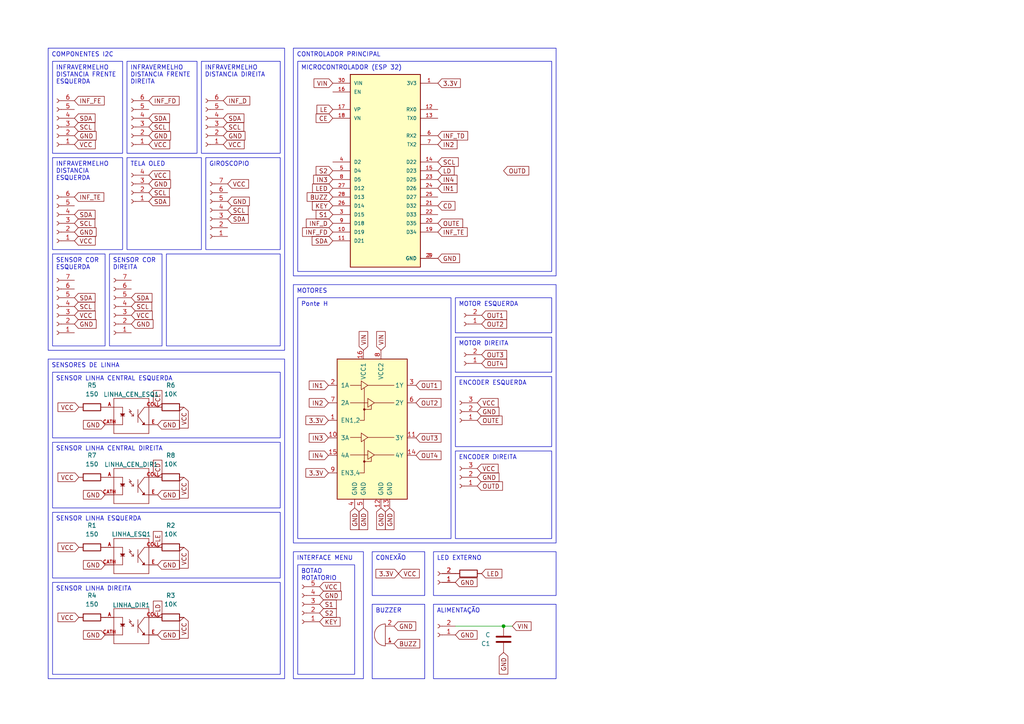
<source format=kicad_sch>
(kicad_sch (version 20250114) (generator "eeschema") (generator_version "9.0")
  (paper "A4")
  (lib_symbols
    (symbol "Connector:Conn_01x02_Socket" (pin_names (offset 1.016) (hide yes))
      (property "Reference" "J" (at 0 2.54 0))
      (property "Value" "Conn_01x02_Socket" (at 0 -5.08 0))
      (symbol "Conn_01x02_Socket_1_1"
        (polyline (pts (xy -1.27 0) (xy -0.508 0)) (stroke (width 0.1524)))
        (polyline (pts (xy -1.27 -2.54) (xy -0.508 -2.54)) (stroke (width 0.1524)))
        (arc (start 0 -0.508) (mid -0.5058 0) (end 0 0.508) (stroke (width 0.1524)))
        (arc (start 0 -3.048) (mid -0.5058 -2.54) (end 0 -2.032) (stroke (width 0.1524)))
        (pin passive line (at -5.08 0 0) (length 3.81) (name "Pin_1") (number "1"))
        (pin passive line (at -5.08 -2.54 0) (length 3.81) (name "Pin_2") (number "2"))
      )
    )
    (symbol "Connector:Conn_01x03_Socket" (pin_names (offset 1.016) (hide yes))
      (property "Reference" "J" (at 0 5.08 0))
      (property "Value" "Conn_01x03_Socket" (at 0 -5.08 0))
      (symbol "Conn_01x03_Socket_1_1"
        (polyline (pts (xy -1.27 2.54) (xy -0.508 2.54)) (stroke (width 0.1524)))
        (polyline (pts (xy -1.27 0) (xy -0.508 0)) (stroke (width 0.1524)))
        (polyline (pts (xy -1.27 -2.54) (xy -0.508 -2.54)) (stroke (width 0.1524)))
        (arc (start 0 2.032) (mid -0.5058 2.54) (end 0 3.048) (stroke (width 0.1524)))
        (arc (start 0 -0.508) (mid -0.5058 0) (end 0 0.508) (stroke (width 0.1524)))
        (arc (start 0 -3.048) (mid -0.5058 -2.54) (end 0 -2.032) (stroke (width 0.1524)))
        (pin passive line (at -5.08 2.54 0) (length 3.81) (name "Pin_1") (number "1"))
        (pin passive line (at -5.08 0 0) (length 3.81) (name "Pin_2") (number "2"))
        (pin passive line (at -5.08 -2.54 0) (length 3.81) (name "Pin_3") (number "3"))
      )
    )
    (symbol "Connector:Conn_01x04_Socket" (pin_names (offset 1.016) (hide yes))
      (property "Reference" "J" (at 0 5.08 0))
      (property "Value" "Conn_01x04_Socket" (at 0 -7.62 0))
      (symbol "Conn_01x04_Socket_1_1"
        (polyline (pts (xy -1.27 2.54) (xy -0.508 2.54)) (stroke (width 0.1524)))
        (polyline (pts (xy -1.27 0) (xy -0.508 0)) (stroke (width 0.1524)))
        (polyline (pts (xy -1.27 -2.54) (xy -0.508 -2.54)) (stroke (width 0.1524)))
        (polyline (pts (xy -1.27 -5.08) (xy -0.508 -5.08)) (stroke (width 0.1524)))
        (arc (start 0 2.032) (mid -0.5058 2.54) (end 0 3.048) (stroke (width 0.1524)))
        (arc (start 0 -0.508) (mid -0.5058 0) (end 0 0.508) (stroke (width 0.1524)))
        (arc (start 0 -3.048) (mid -0.5058 -2.54) (end 0 -2.032) (stroke (width 0.1524)))
        (arc (start 0 -5.588) (mid -0.5058 -5.08) (end 0 -4.572) (stroke (width 0.1524)))
        (pin passive line (at -5.08 2.54 0) (length 3.81) (name "Pin_1") (number "1"))
        (pin passive line (at -5.08 0 0) (length 3.81) (name "Pin_2") (number "2"))
        (pin passive line (at -5.08 -2.54 0) (length 3.81) (name "Pin_3") (number "3"))
        (pin passive line (at -5.08 -5.08 0) (length 3.81) (name "Pin_4") (number "4"))
      )
    )
    (symbol "Connector:Conn_01x05_Socket" (pin_names (offset 1.016) (hide yes))
      (property "Reference" "J" (at 0 7.62 0))
      (property "Value" "Conn_01x05_Socket" (at 0 -7.62 0))
      (symbol "Conn_01x05_Socket_1_1"
        (polyline (pts (xy -1.27 5.08) (xy -0.508 5.08)) (stroke (width 0.1524)))
        (polyline (pts (xy -1.27 2.54) (xy -0.508 2.54)) (stroke (width 0.1524)))
        (polyline (pts (xy -1.27 0) (xy -0.508 0)) (stroke (width 0.1524)))
        (polyline (pts (xy -1.27 -2.54) (xy -0.508 -2.54)) (stroke (width 0.1524)))
        (polyline (pts (xy -1.27 -5.08) (xy -0.508 -5.08)) (stroke (width 0.1524)))
        (arc (start 0 4.572) (mid -0.5058 5.08) (end 0 5.588) (stroke (width 0.1524)))
        (arc (start 0 2.032) (mid -0.5058 2.54) (end 0 3.048) (stroke (width 0.1524)))
        (arc (start 0 -0.508) (mid -0.5058 0) (end 0 0.508) (stroke (width 0.1524)))
        (arc (start 0 -3.048) (mid -0.5058 -2.54) (end 0 -2.032) (stroke (width 0.1524)))
        (arc (start 0 -5.588) (mid -0.5058 -5.08) (end 0 -4.572) (stroke (width 0.1524)))
        (pin passive line (at -5.08 5.08 0) (length 3.81) (name "Pin_1") (number "1"))
        (pin passive line (at -5.08 2.54 0) (length 3.81) (name "Pin_2") (number "2"))
        (pin passive line (at -5.08 0 0) (length 3.81) (name "Pin_3") (number "3"))
        (pin passive line (at -5.08 -2.54 0) (length 3.81) (name "Pin_4") (number "4"))
        (pin passive line (at -5.08 -5.08 0) (length 3.81) (name "Pin_5") (number "5"))
      )
    )
    (symbol "Connector:Conn_01x06_Socket" (pin_names (offset 1.016) (hide yes))
      (property "Reference" "J" (at 0 7.62 0))
      (property "Value" "Conn_01x06_Socket" (at 0 -10.16 0))
      (symbol "Conn_01x06_Socket_1_1"
        (polyline (pts (xy -1.27 5.08) (xy -0.508 5.08)) (stroke (width 0.1524)))
        (polyline (pts (xy -1.27 2.54) (xy -0.508 2.54)) (stroke (width 0.1524)))
        (polyline (pts (xy -1.27 0) (xy -0.508 0)) (stroke (width 0.1524)))
        (polyline (pts (xy -1.27 -2.54) (xy -0.508 -2.54)) (stroke (width 0.1524)))
        (polyline (pts (xy -1.27 -5.08) (xy -0.508 -5.08)) (stroke (width 0.1524)))
        (polyline (pts (xy -1.27 -7.62) (xy -0.508 -7.62)) (stroke (width 0.1524)))
        (arc (start 0 4.572) (mid -0.5058 5.08) (end 0 5.588) (stroke (width 0.1524)))
        (arc (start 0 2.032) (mid -0.5058 2.54) (end 0 3.048) (stroke (width 0.1524)))
        (arc (start 0 -0.508) (mid -0.5058 0) (end 0 0.508) (stroke (width 0.1524)))
        (arc (start 0 -3.048) (mid -0.5058 -2.54) (end 0 -2.032) (stroke (width 0.1524)))
        (arc (start 0 -5.588) (mid -0.5058 -5.08) (end 0 -4.572) (stroke (width 0.1524)))
        (arc (start 0 -8.128) (mid -0.5058 -7.62) (end 0 -7.112) (stroke (width 0.1524)))
        (pin passive line (at -5.08 5.08 0) (length 3.81) (name "Pin_1") (number "1"))
        (pin passive line (at -5.08 2.54 0) (length 3.81) (name "Pin_2") (number "2"))
        (pin passive line (at -5.08 0 0) (length 3.81) (name "Pin_3") (number "3"))
        (pin passive line (at -5.08 -2.54 0) (length 3.81) (name "Pin_4") (number "4"))
        (pin passive line (at -5.08 -5.08 0) (length 3.81) (name "Pin_5") (number "5"))
        (pin passive line (at -5.08 -7.62 0) (length 3.81) (name "Pin_6") (number "6"))
      )
    )
    (symbol "Connector:Conn_01x07_Socket" (pin_names (offset 1.016) (hide yes))
      (property "Reference" "J" (at 0 10.16 0))
      (property "Value" "Conn_01x07_Socket" (at 0 -10.16 0))
      (symbol "Conn_01x07_Socket_1_1"
        (polyline (pts (xy -1.27 7.62) (xy -0.508 7.62)) (stroke (width 0.1524)))
        (polyline (pts (xy -1.27 5.08) (xy -0.508 5.08)) (stroke (width 0.1524)))
        (polyline (pts (xy -1.27 2.54) (xy -0.508 2.54)) (stroke (width 0.1524)))
        (polyline (pts (xy -1.27 0) (xy -0.508 0)) (stroke (width 0.1524)))
        (polyline (pts (xy -1.27 -2.54) (xy -0.508 -2.54)) (stroke (width 0.1524)))
        (polyline (pts (xy -1.27 -5.08) (xy -0.508 -5.08)) (stroke (width 0.1524)))
        (polyline (pts (xy -1.27 -7.62) (xy -0.508 -7.62)) (stroke (width 0.1524)))
        (arc (start 0 7.112) (mid -0.5058 7.62) (end 0 8.128) (stroke (width 0.1524)))
        (arc (start 0 4.572) (mid -0.5058 5.08) (end 0 5.588) (stroke (width 0.1524)))
        (arc (start 0 2.032) (mid -0.5058 2.54) (end 0 3.048) (stroke (width 0.1524)))
        (arc (start 0 -0.508) (mid -0.5058 0) (end 0 0.508) (stroke (width 0.1524)))
        (arc (start 0 -3.048) (mid -0.5058 -2.54) (end 0 -2.032) (stroke (width 0.1524)))
        (arc (start 0 -5.588) (mid -0.5058 -5.08) (end 0 -4.572) (stroke (width 0.1524)))
        (arc (start 0 -8.128) (mid -0.5058 -7.62) (end 0 -7.112) (stroke (width 0.1524)))
        (pin passive line (at -5.08 7.62 0) (length 3.81) (name "Pin_1") (number "1"))
        (pin passive line (at -5.08 5.08 0) (length 3.81) (name "Pin_2") (number "2"))
        (pin passive line (at -5.08 2.54 0) (length 3.81) (name "Pin_3") (number "3"))
        (pin passive line (at -5.08 0 0) (length 3.81) (name "Pin_4") (number "4"))
        (pin passive line (at -5.08 -2.54 0) (length 3.81) (name "Pin_5") (number "5"))
        (pin passive line (at -5.08 -5.08 0) (length 3.81) (name "Pin_6") (number "6"))
        (pin passive line (at -5.08 -7.62 0) (length 3.81) (name "Pin_7") (number "7"))
      )
    )
    (symbol "Device:Buzzer" (pin_names (offset 0.0254) (hide yes))
      (property "Reference" "BZ" (at 3.81 1.27 0))
      (property "Value" "Buzzer" (at 3.81 -1.27 0))
      (symbol "Buzzer_0_1"
        (polyline (pts (xy -1.651 1.905) (xy -1.143 1.905)))
        (polyline (pts (xy -1.397 2.159) (xy -1.397 1.651)))
        (arc (start 0 3.175) (mid 3.1612 0) (end 0 -3.175))
        (polyline (pts (xy 0 3.175) (xy 0 -3.175)))
      )
      (symbol "Buzzer_1_1"
        (pin passive line (at -2.54 2.54 0) (length 2.54) (name "+") (number "1"))
        (pin passive line (at -2.54 -2.54 0) (length 2.54) (name "-") (number "2"))
      )
    )
    (symbol "Device:C" (pin_numbers (hide yes)) (pin_names (offset 0.254))
      (property "Reference" "C" (at 0.635 2.54 0))
      (property "Value" "C" (at 0.635 -2.54 0))
      (symbol "C_0_1"
        (polyline (pts (xy -2.032 0.762) (xy 2.032 0.762)) (stroke (width 0.508)))
        (polyline (pts (xy -2.032 -0.762) (xy 2.032 -0.762)) (stroke (width 0.508)))
      )
      (symbol "C_1_1"
        (pin passive line (at 0 3.81 270) (length 2.794) (name "~") (number "1"))
        (pin passive line (at 0 -3.81 90) (length 2.794) (name "~") (number "2"))
      )
    )
    (symbol "Device:R" (pin_numbers (hide yes)) (pin_names (offset 0))
      (property "Reference" "R" (at 2.032 0 90))
      (property "Value" "R" (at 0 0 90))
      (symbol "R_0_1"
        (rectangle (start -1.016 -2.54) (end 1.016 2.54) (stroke (width 0.254)))
      )
      (symbol "R_1_1"
        (pin passive line (at 0 3.81 270) (length 1.27) (name "~") (number "1"))
        (pin passive line (at 0 -3.81 90) (length 1.27) (name "~") (number "2"))
      )
    )
    (symbol "Driver_Motor:L293D" (pin_names (offset 1.016))
      (property "Reference" "U" (at -5.08 26.035 0))
      (property "Value" "L293D" (at -5.08 24.13 0))
      (symbol "L293D_0_1"
        (rectangle (start -10.16 22.86) (end 10.16 -17.78) (stroke (width 0.254)) (fill (type background)))
        (polyline (pts (xy -6.35 15.24) (xy -3.175 15.24)))
        (polyline (pts (xy -6.35 10.16) (xy -1.27 10.16)))
        (polyline (pts (xy -6.35 0.127) (xy -3.175 0.127)))
        (polyline (pts (xy -6.35 -4.953) (xy -1.27 -4.953)))
        (polyline (pts (xy -3.175 16.51) (xy -3.175 13.97) (xy -1.27 15.24) (xy -3.175 16.51)))
        (polyline (pts (xy -3.175 1.397) (xy -3.175 -1.143) (xy -1.27 0.127) (xy -3.175 1.397)))
        (polyline (pts (xy -2.286 14.478) (xy -2.286 5.08) (xy -3.556 5.08)))
        (circle (center -2.286 8.255) (radius 0.254) (fill (type outline)))
        (polyline (pts (xy -2.286 8.255) (xy -0.254 8.255) (xy -0.254 9.525)))
        (polyline (pts (xy -2.286 -0.635) (xy -2.286 -10.16) (xy -3.556 -10.16)))
        (circle (center -2.286 -6.858) (radius 0.254) (fill (type outline)))
        (polyline (pts (xy -2.286 -6.858) (xy -0.254 -6.858) (xy -0.254 -5.588)))
        (polyline (pts (xy -1.27 15.24) (xy 6.35 15.24)))
        (polyline (pts (xy -1.27 11.43) (xy -1.27 8.89) (xy 0.635 10.16) (xy -1.27 11.43)))
        (polyline (pts (xy -1.27 0.127) (xy 6.35 0.127)))
        (polyline (pts (xy -1.27 -3.683) (xy -1.27 -6.223) (xy 0.635 -4.953) (xy -1.27 -3.683)))
        (polyline (pts (xy 0.635 10.16) (xy 6.35 10.16)))
        (polyline (pts (xy 0.635 -4.953) (xy 6.35 -4.953)))
      )
      (symbol "L293D_1_1"
        (pin input line (at -12.7 15.24 0) (length 2.54) (name "1A") (number "2"))
        (pin input line (at -12.7 10.16 0) (length 2.54) (name "2A") (number "7"))
        (pin input line (at -12.7 5.08 0) (length 2.54) (name "EN1,2") (number "1"))
        (pin input line (at -12.7 0 0) (length 2.54) (name "3A") (number "10"))
        (pin input line (at -12.7 -5.08 0) (length 2.54) (name "4A") (number "15"))
        (pin input line (at -12.7 -10.16 0) (length 2.54) (name "EN3,4") (number "9"))
        (pin power_in line (at -5.08 -20.32 90) (length 2.54) (name "GND") (number "4"))
        (pin power_in line (at -2.54 25.4 270) (length 2.54) (name "VCC1") (number "16"))
        (pin power_in line (at -2.54 -20.32 90) (length 2.54) (name "GND") (number "5"))
        (pin power_in line (at 2.54 25.4 270) (length 2.54) (name "VCC2") (number "8"))
        (pin power_in line (at 2.54 -20.32 90) (length 2.54) (name "GND") (number "12"))
        (pin power_in line (at 5.08 -20.32 90) (length 2.54) (name "GND") (number "13"))
        (pin output line (at 12.7 15.24 180) (length 2.54) (name "1Y") (number "3"))
        (pin output line (at 12.7 10.16 180) (length 2.54) (name "2Y") (number "6"))
        (pin output line (at 12.7 0 180) (length 2.54) (name "3Y") (number "11"))
        (pin output line (at 12.7 -5.08 180) (length 2.54) (name "4Y") (number "14"))
      )
    )
    (symbol "ESP32-DEVKIT-V1:ESP32-DEVKIT-V1" (pin_names (offset 1.016))
      (property "Reference" "U" (at -10.16 30.48 0))
      (property "Value" "ESP32-DEVKIT-V1" (at -10.16 -30.48 0))
      (symbol "ESP32-DEVKIT-V1_0_0"
        (rectangle (start -10.16 -27.94) (end 10.16 27.94) (stroke (width 0.254)) (fill (type background)))
        (pin input line (at -15.24 25.4 0) (length 5.08) (name "VIN") (number "30"))
        (pin input line (at -15.24 22.86 0) (length 5.08) (name "EN") (number "16"))
        (pin bidirectional line (at -15.24 17.78 0) (length 5.08) (name "VP") (number "17"))
        (pin bidirectional line (at -15.24 15.24 0) (length 5.08) (name "VN") (number "18"))
        (pin bidirectional line (at -15.24 2.54 0) (length 5.08) (name "D2") (number "4"))
        (pin bidirectional line (at -15.24 0 0) (length 5.08) (name "D4") (number "5"))
        (pin bidirectional line (at -15.24 -2.54 0) (length 5.08) (name "D5") (number "8"))
        (pin bidirectional line (at -15.24 -5.08 0) (length 5.08) (name "D12") (number "27"))
        (pin bidirectional line (at -15.24 -7.62 0) (length 5.08) (name "D13") (number "28"))
        (pin bidirectional line (at -15.24 -10.16 0) (length 5.08) (name "D14") (number "26"))
        (pin bidirectional line (at -15.24 -12.7 0) (length 5.08) (name "D15") (number "3"))
        (pin bidirectional line (at -15.24 -15.24 0) (length 5.08) (name "D18") (number "9"))
        (pin bidirectional line (at -15.24 -17.78 0) (length 5.08) (name "D19") (number "10"))
        (pin bidirectional line (at -15.24 -20.32 0) (length 5.08) (name "D21") (number "11"))
        (pin output line (at 15.24 25.4 180) (length 5.08) (name "3V3") (number "1"))
        (pin input line (at 15.24 17.78 180) (length 5.08) (name "RX0") (number "12"))
        (pin output line (at 15.24 15.24 180) (length 5.08) (name "TX0") (number "13"))
        (pin input line (at 15.24 10.16 180) (length 5.08) (name "RX2") (number "6"))
        (pin output line (at 15.24 7.62 180) (length 5.08) (name "TX2") (number "7"))
        (pin bidirectional line (at 15.24 2.54 180) (length 5.08) (name "D22") (number "14"))
        (pin bidirectional line (at 15.24 0 180) (length 5.08) (name "D23") (number "15"))
        (pin bidirectional line (at 15.24 -2.54 180) (length 5.08) (name "D25") (number "23"))
        (pin bidirectional line (at 15.24 -5.08 180) (length 5.08) (name "D26") (number "24"))
        (pin bidirectional line (at 15.24 -7.62 180) (length 5.08) (name "D27") (number "25"))
        (pin bidirectional line (at 15.24 -10.16 180) (length 5.08) (name "D32") (number "21"))
        (pin bidirectional line (at 15.24 -12.7 180) (length 5.08) (name "D33") (number "22"))
        (pin bidirectional line (at 15.24 -15.24 180) (length 5.08) (name "D35") (number "20"))
        (pin bidirectional line (at 15.24 -17.78 180) (length 5.08) (name "D34") (number "19"))
        (pin power_in line (at 15.24 -25.4 180) (length 5.08) (name "GND") (number "2"))
        (pin power_in line (at 15.24 -25.4 180) (length 5.08) (name "GND") (number "29"))
      )
    )
    (symbol "TCRT5000:TCRT5000" (pin_names (offset 1.016))
      (property "Reference" "U" (at -5.0887 5.7248 0))
      (property "Value" "TCRT5000" (at -5.0838 -5.7193 0))
      (symbol "TCRT5000_0_0"
        (polyline (pts (xy -5.08 5.08) (xy -5.08 2.54)) (stroke (width 0.1524)))
        (polyline (pts (xy -5.08 2.54) (xy -5.08 -2.54)) (stroke (width 0.1524)))
        (polyline (pts (xy -5.08 2.54) (xy -2.54 2.54)) (stroke (width 0.1524)))
        (polyline (pts (xy -5.08 -2.54) (xy -5.08 -5.08)) (stroke (width 0.1524)))
        (polyline (pts (xy -5.08 -5.08) (xy 5.08 -5.08)) (stroke (width 0.1524)))
        (polyline (pts (xy -3.175 0.635) (xy -1.905 0.635) (xy -2.54 0) (xy -3.175 0.635)) (stroke (width 0.1524)) (fill (type outline)))
        (polyline (pts (xy -3.175 0) (xy -1.905 0)) (stroke (width 0.1524)))
        (polyline (pts (xy -2.54 2.54) (xy -2.54 -2.54)) (stroke (width 0.1524)))
        (polyline (pts (xy -2.54 -2.54) (xy -5.08 -2.54)) (stroke (width 0.1524)))
        (polyline (pts (xy -0.635 1.905) (xy 0 1.27)) (stroke (width 0.1524)))
        (polyline (pts (xy -0.635 1.27) (xy 0.635 0)) (stroke (width 0.1524)))
        (polyline (pts (xy 0 1.27) (xy -0.635 1.27)) (stroke (width 0.1524)))
        (polyline (pts (xy 0.635 0.635) (xy 0.635 0)) (stroke (width 0.1524)))
        (polyline (pts (xy 0.635 0) (xy 0 0)) (stroke (width 0.1524)))
        (polyline (pts (xy 1.905 1.905) (xy 1.905 0)) (stroke (width 0.1524)))
        (polyline (pts (xy 1.905 0) (xy 1.905 -1.905)) (stroke (width 0.1524)))
        (polyline (pts (xy 1.905 0) (xy 3.81 2.54)) (stroke (width 0.1524)))
        (polyline (pts (xy 1.905 0) (xy 3.81 -2.54)) (stroke (width 0.1524)))
        (polyline (pts (xy 3.175 -2.54) (xy 3.81 -2.54) (xy 3.81 -1.905) (xy 3.175 -2.54)) (stroke (width 0.1524)) (fill (type outline)))
        (polyline (pts (xy 3.81 2.54) (xy 5.08 2.54)) (stroke (width 0.1524)))
        (polyline (pts (xy 3.81 -2.54) (xy 5.08 -2.54)) (stroke (width 0.1524)))
        (polyline (pts (xy 5.08 5.08) (xy -5.08 5.08)) (stroke (width 0.1524)))
        (polyline (pts (xy 5.08 2.54) (xy 5.08 5.08)) (stroke (width 0.1524)))
        (polyline (pts (xy 5.08 -2.54) (xy 5.08 2.54)) (stroke (width 0.1524)))
        (polyline (pts (xy 5.08 -5.08) (xy 5.08 -2.54)) (stroke (width 0.1524)))
        (pin passive line (at -7.62 2.54 0) (length 2.54) (name "~") (number "A"))
        (pin passive line (at -7.62 -2.54 0) (length 2.54) (name "~") (number "CATH"))
        (pin passive line (at 7.62 2.54 180) (length 2.54) (name "~") (number "COLL"))
        (pin passive line (at 7.62 -2.54 180) (length 2.54) (name "~") (number "E"))
      )
    )
  )
  (text_box "BUZZER" (at 107.95 175.26 0) (size 15.24 21.59) (margins 0.9525 0.9525 0.9525 0.9525) (effects (font (size 1.27 1.27)) (justify left top)))
  (text_box "INFRAVERMELHO DISTANCIA FRENTE ESQUERDA\n" (at 15.24 17.78 0) (size 20.32 26.67) (margins 0.9525 0.9525 0.9525 0.9525) (effects (font (size 1.27 1.27)) (justify left top)))
  (text_box "ALIMENTAÇÃO" (at 125.73 175.26 0) (size 35.56 21.59) (margins 0.9525 0.9525 0.9525 0.9525) (effects (font (size 1.27 1.27)) (justify left top)))
  (text_box "MOTOR ESQUERDA" (at 132.08 86.36 0) (size 27.94 10.16) (margins 0.9525 0.9525 0.9525 0.9525) (effects (font (size 1.27 1.27)) (justify left top)))
  (text_box "SENSOR LINHA CENTRAL ESQUERDA\n" (at 15.24 107.95 0) (size 66.04 19.05) (margins 0.9525 0.9525 0.9525 0.9525) (effects (font (size 1.27 1.27)) (justify left top)))
  (text_box "GIROSCOPIO" (at 59.69 45.72 0) (size 21.59 26.67) (margins 0.9525 0.9525 0.9525 0.9525) (effects (font (size 1.27 1.27)) (justify left top)))
  (text_box "SENSORES DE LINHA" (at 13.97 104.14 0) (size 68.58 92.71) (margins 0.9525 0.9525 0.9525 0.9525) (effects (font (size 1.27 1.27)) (justify left top)))
  (text_box "SENSOR LINHA ESQUERDA\n\n" (at 15.24 148.59 0) (size 66.04 19.05) (margins 0.9525 0.9525 0.9525 0.9525) (effects (font (size 1.27 1.27)) (justify left top)))
  (text_box "TELA OLED\n" (at 36.83 45.72 0) (size 21.59 26.67) (margins 0.9525 0.9525 0.9525 0.9525) (effects (font (size 1.27 1.27)) (justify left top)))
  (text_box "CONTROLADOR PRINCIPAL" (at 85.09 13.97 0) (size 76.2 66.04) (margins 0.9525 0.9525 0.9525 0.9525) (effects (font (size 1.27 1.27)) (justify left top)))
  (text_box "BOTAO ROTATORIO" (at 86.36 163.83 0) (size 16.51 31.75) (margins 0.9525 0.9525 0.9525 0.9525) (effects (font (size 1.27 1.27)) (justify left top)))
  (text_box "Ponte H" (at 86.36 86.36 0) (size 44.45 69.85) (margins 0.9525 0.9525 0.9525 0.9525) (effects (font (size 1.27 1.27)) (justify left top)))
  (text_box "MICROCONTROLADOR (ESP 32)\n" (at 86.36 17.78 0) (size 73.66 60.96) (margins 0.9525 0.9525 0.9525 0.9525) (effects (font (size 1.27 1.27)) (justify left top)))
  (text_box "INFRAVERMELHO DISTANCIA FRENTE DIREITA" (at 36.83 17.78 0) (size 20.32 26.67) (margins 0.9525 0.9525 0.9525 0.9525) (effects (font (size 1.27 1.27)) (justify left top)))
  (text_box "COMPONENTES I2C\n" (at 13.97 13.97 0) (size 68.58 87.63) (margins 0.9525 0.9525 0.9525 0.9525) (effects (font (size 1.27 1.27)) (justify left top)))
  (text_box "SENSOR LINHA CENTRAL DIREITA\n" (at 15.24 128.27 0) (size 66.04 19.05) (margins 0.9525 0.9525 0.9525 0.9525) (effects (font (size 1.27 1.27)) (justify left top)))
  (text_box "CONEXÃO" (at 107.95 160.02 0) (size 15.24 12.7) (margins 0.9525 0.9525 0.9525 0.9525) (effects (font (size 1.27 1.27)) (justify left top)))
  (text_box "INFRAVERMELHO DISTANCIA DIREITA \n" (at 58.42 17.78 0) (size 22.86 26.67) (margins 0.9525 0.9525 0.9525 0.9525) (effects (font (size 1.27 1.27)) (justify left top)))
  (text_box "SENSOR COR DIREITA" (at 31.75 73.66 0) (size 15.24 26.67) (margins 0.9525 0.9525 0.9525 0.9525) (effects (font (size 1.27 1.27)) (justify left top)))
  (text_box "LED EXTERNO" (at 125.73 160.02 0) (size 35.56 12.7) (margins 0.9525 0.9525 0.9525 0.9525) (effects (font (size 1.27 1.27)) (justify left top)))
  (text_box "" (at 48.26 73.66 0) (size 33.02 26.67) (margins 0.9525 0.9525 0.9525 0.9525) (effects (font (size 1.27 1.27)) (justify left top)))
  (text_box "MOTOR DIREITA" (at 132.08 97.79 0) (size 27.94 10.16) (margins 0.9525 0.9525 0.9525 0.9525) (effects (font (size 1.27 1.27)) (justify left top)))
  (text_box "SENSOR COR ESQUERDA" (at 15.24 73.66 0) (size 15.24 26.67) (margins 0.9525 0.9525 0.9525 0.9525) (effects (font (size 1.27 1.27)) (justify left top)))
  (text_box "SENSOR LINHA DIREITA\n" (at 15.24 168.91 0) (size 66.04 26.67) (margins 0.9525 0.9525 0.9525 0.9525) (effects (font (size 1.27 1.27)) (justify left top)))
  (text_box "ENCODER DIREITA\n\n" (at 132.08 130.81 0) (size 27.94 25.4) (margins 0.9525 0.9525 0.9525 0.9525) (effects (font (size 1.27 1.27)) (justify left top)))
  (text_box "ENCODER ESQUERDA\n" (at 132.08 109.22 0) (size 27.94 20.32) (margins 0.9525 0.9525 0.9525 0.9525) (effects (font (size 1.27 1.27)) (justify left top)))
  (text_box "INFRAVERMELHO DISTANCIA ESQUERDA\n" (at 15.24 45.72 0) (size 20.32 26.67) (margins 0.9525 0.9525 0.9525 0.9525) (effects (font (size 1.27 1.27)) (justify left top)))
  (text_box "INTERFACE MENU" (at 85.09 160.02 0) (size 20.32 36.83) (margins 0.9525 0.9525 0.9525 0.9525) (effects (font (size 1.27 1.27)) (justify left top)))
  (text_box "MOTORES" (at 85.09 82.55 0) (size 76.2 74.93) (margins 0.9525 0.9525 0.9525 0.9525) (effects (font (size 1.27 1.27)) (justify left top)))
  (junction (at 146.05 181.61))
  (wire (pts (xy 146.05 181.61) (xy 132.08 181.61)))
  (wire (pts (xy 148.59 181.61) (xy 146.05 181.61)))
  (global_label "INF_FE" (shape input) (at 21.59 29.21 0) (property "Intersheetrefs" "${INTERSHEET_REFS}" (effects (hide yes))))
  (global_label "IN3" (shape input) (at 96.52 52.07 180) (property "Intersheetrefs" "${INTERSHEET_REFS}" (effects (hide yes))))
  (global_label "GND" (shape input) (at 21.59 39.37 0) (property "Intersheetrefs" "${INTERSHEET_REFS}" (effects (hide yes))))
  (global_label "VCC" (shape input) (at 22.86 138.43 180) (property "Intersheetrefs" "${INTERSHEET_REFS}" (effects (hide yes))))
  (global_label "VCC" (shape input) (at 66.04 53.34 0) (property "Intersheetrefs" "${INTERSHEET_REFS}" (effects (hide yes))))
  (global_label "CD" (shape input) (at 127 59.69 0) (property "Intersheetrefs" "${INTERSHEET_REFS}" (effects (hide yes))))
  (global_label "VIN" (shape input) (at 110.49 101.6 90) (property "Intersheetrefs" "${INTERSHEET_REFS}" (effects (hide yes))))
  (global_label "INF_D" (shape input) (at 64.77 29.21 0) (property "Intersheetrefs" "${INTERSHEET_REFS}" (effects (hide yes))))
  (global_label "GND" (shape input) (at 21.59 93.98 0) (property "Intersheetrefs" "${INTERSHEET_REFS}" (effects (hide yes))))
  (global_label "GND" (shape input) (at 30.48 184.15 180) (property "Intersheetrefs" "${INTERSHEET_REFS}" (effects (hide yes))))
  (global_label "GND" (shape input) (at 92.71 172.72 0) (property "Intersheetrefs" "${INTERSHEET_REFS}" (effects (hide yes))))
  (global_label "SDA" (shape input) (at 96.52 69.85 180) (property "Intersheetrefs" "${INTERSHEET_REFS}" (effects (hide yes))))
  (global_label "SDA" (shape input) (at 43.18 58.42 0) (property "Intersheetrefs" "${INTERSHEET_REFS}" (effects (hide yes))))
  (global_label "VCC" (shape input) (at 38.1 91.44 0) (property "Intersheetrefs" "${INTERSHEET_REFS}" (effects (hide yes))))
  (global_label "GND" (shape input) (at 114.3 181.61 0) (property "Intersheetrefs" "${INTERSHEET_REFS}" (effects (hide yes))))
  (global_label "VCC" (shape input) (at 43.18 50.8 0) (property "Intersheetrefs" "${INTERSHEET_REFS}" (effects (hide yes))))
  (global_label "VCC" (shape input) (at 53.34 118.11 270) (property "Intersheetrefs" "${INTERSHEET_REFS}" (effects (hide yes))))
  (global_label "GND" (shape input) (at 38.1 93.98 0) (property "Intersheetrefs" "${INTERSHEET_REFS}" (effects (hide yes))))
  (global_label "CE" (shape input) (at 45.72 118.11 90) (property "Intersheetrefs" "${INTERSHEET_REFS}" (effects (hide yes))))
  (global_label "LD" (shape input) (at 127 49.53 0) (property "Intersheetrefs" "${INTERSHEET_REFS}" (effects (hide yes))))
  (global_label "VCC" (shape input) (at 92.71 170.18 0) (property "Intersheetrefs" "${INTERSHEET_REFS}" (effects (hide yes))))
  (global_label "OUTE" (shape input) (at 138.43 121.92 0) (property "Intersheetrefs" "${INTERSHEET_REFS}" (effects (hide yes))))
  (global_label "OUT3" (shape input) (at 120.65 127 0) (property "Intersheetrefs" "${INTERSHEET_REFS}" (effects (hide yes))))
  (global_label "VCC" (shape input) (at 21.59 41.91 0) (property "Intersheetrefs" "${INTERSHEET_REFS}" (effects (hide yes))))
  (global_label "3.3V" (shape input) (at 95.25 137.16 180) (property "Intersheetrefs" "${INTERSHEET_REFS}" (effects (hide yes))))
  (global_label "GND" (shape input) (at 127 74.93 0) (property "Intersheetrefs" "${INTERSHEET_REFS}" (effects (hide yes))))
  (global_label "3.3V" (shape input) (at 95.25 121.92 180) (property "Intersheetrefs" "${INTERSHEET_REFS}" (effects (hide yes))))
  (global_label "VCC" (shape input) (at 22.86 118.11 180) (property "Intersheetrefs" "${INTERSHEET_REFS}" (effects (hide yes))))
  (global_label "VIN" (shape input) (at 148.59 181.61 0) (property "Intersheetrefs" "${INTERSHEET_REFS}" (effects (hide yes))))
  (global_label "LE" (shape input) (at 96.52 31.75 180) (property "Intersheetrefs" "${INTERSHEET_REFS}" (effects (hide yes))))
  (global_label "VCC" (shape input) (at 22.86 158.75 180) (property "Intersheetrefs" "${INTERSHEET_REFS}" (effects (hide yes))))
  (global_label "GND" (shape input) (at 138.43 119.38 0) (property "Intersheetrefs" "${INTERSHEET_REFS}" (effects (hide yes))))
  (global_label "GND" (shape input) (at 43.18 53.34 0) (property "Intersheetrefs" "${INTERSHEET_REFS}" (effects (hide yes))))
  (global_label "SCL" (shape input) (at 43.18 55.88 0) (property "Intersheetrefs" "${INTERSHEET_REFS}" (effects (hide yes))))
  (global_label "VIN" (shape input) (at 105.41 101.6 90) (property "Intersheetrefs" "${INTERSHEET_REFS}" (effects (hide yes))))
  (global_label "VCC" (shape input) (at 22.86 179.07 180) (property "Intersheetrefs" "${INTERSHEET_REFS}" (effects (hide yes))))
  (global_label "IN2" (shape input) (at 95.25 116.84 180) (property "Intersheetrefs" "${INTERSHEET_REFS}" (effects (hide yes))))
  (global_label "INF_D" (shape input) (at 96.52 64.77 180) (property "Intersheetrefs" "${INTERSHEET_REFS}" (effects (hide yes))))
  (global_label "INF_FD" (shape input) (at 43.18 29.21 0) (property "Intersheetrefs" "${INTERSHEET_REFS}" (effects (hide yes))))
  (global_label "GND" (shape input) (at 66.04 58.42 0) (property "Intersheetrefs" "${INTERSHEET_REFS}" (effects (hide yes))))
  (global_label "KEY" (shape input) (at 96.52 59.69 180) (property "Intersheetrefs" "${INTERSHEET_REFS}" (effects (hide yes))))
  (global_label "IN3" (shape input) (at 95.25 127 180) (property "Intersheetrefs" "${INTERSHEET_REFS}" (effects (hide yes))))
  (global_label "S1" (shape input) (at 96.52 62.23 180) (property "Intersheetrefs" "${INTERSHEET_REFS}" (effects (hide yes))))
  (global_label "GND" (shape input) (at 146.05 189.23 270) (property "Intersheetrefs" "${INTERSHEET_REFS}" (effects (hide yes))))
  (global_label "SDA" (shape input) (at 66.04 63.5 0) (property "Intersheetrefs" "${INTERSHEET_REFS}" (effects (hide yes))))
  (global_label "LD" (shape input) (at 45.72 179.07 90) (property "Intersheetrefs" "${INTERSHEET_REFS}" (effects (hide yes))))
  (global_label "IN1" (shape input) (at 127 54.61 0) (property "Intersheetrefs" "${INTERSHEET_REFS}" (effects (hide yes))))
  (global_label "VCC" (shape input) (at 64.77 41.91 0) (property "Intersheetrefs" "${INTERSHEET_REFS}" (effects (hide yes))))
  (global_label "IN4" (shape input) (at 95.25 132.08 180) (property "Intersheetrefs" "${INTERSHEET_REFS}" (effects (hide yes))))
  (global_label "SCL" (shape input) (at 66.04 60.96 0) (property "Intersheetrefs" "${INTERSHEET_REFS}" (effects (hide yes))))
  (global_label "CE" (shape input) (at 96.52 34.29 180) (property "Intersheetrefs" "${INTERSHEET_REFS}" (effects (hide yes))))
  (global_label "OUT2" (shape input) (at 139.7 93.98 0) (property "Intersheetrefs" "${INTERSHEET_REFS}" (effects (hide yes))))
  (global_label "SDA" (shape input) (at 21.59 62.23 0) (property "Intersheetrefs" "${INTERSHEET_REFS}" (effects (hide yes))))
  (global_label "GND" (shape input) (at 30.48 143.51 180) (property "Intersheetrefs" "${INTERSHEET_REFS}" (effects (hide yes))))
  (global_label "3.3V" (shape input) (at 127 24.13 0) (property "Intersheetrefs" "${INTERSHEET_REFS}" (effects (hide yes))))
  (global_label "GND" (shape input) (at 21.59 67.31 0) (property "Intersheetrefs" "${INTERSHEET_REFS}" (effects (hide yes))))
  (global_label "SDA" (shape input) (at 21.59 86.36 0) (property "Intersheetrefs" "${INTERSHEET_REFS}" (effects (hide yes))))
  (global_label "GND" (shape input) (at 30.48 123.19 180) (property "Intersheetrefs" "${INTERSHEET_REFS}" (effects (hide yes))))
  (global_label "OUTD" (shape input) (at 138.43 140.97 0) (property "Intersheetrefs" "${INTERSHEET_REFS}" (effects (hide yes))))
  (global_label "VCC" (shape input) (at 21.59 69.85 0) (property "Intersheetrefs" "${INTERSHEET_REFS}" (effects (hide yes))))
  (global_label "GND" (shape input) (at 132.08 184.15 0) (property "Intersheetrefs" "${INTERSHEET_REFS}" (effects (hide yes))))
  (global_label "LED" (shape input) (at 139.7 166.37 0) (property "Intersheetrefs" "${INTERSHEET_REFS}" (effects (hide yes))))
  (global_label "SDA" (shape input) (at 64.77 34.29 0) (property "Intersheetrefs" "${INTERSHEET_REFS}" (effects (hide yes))))
  (global_label "VCC" (shape input) (at 53.34 158.75 270) (property "Intersheetrefs" "${INTERSHEET_REFS}" (effects (hide yes))))
  (global_label "SDA" (shape input) (at 21.59 34.29 0) (property "Intersheetrefs" "${INTERSHEET_REFS}" (effects (hide yes))))
  (global_label "SCL" (shape input) (at 38.1 88.9 0) (property "Intersheetrefs" "${INTERSHEET_REFS}" (effects (hide yes))))
  (global_label "BUZZ" (shape input) (at 114.3 186.69 0) (property "Intersheetrefs" "${INTERSHEET_REFS}" (effects (hide yes))))
  (global_label "GND" (shape input) (at 113.03 147.32 270) (property "Intersheetrefs" "${INTERSHEET_REFS}" (effects (hide yes))))
  (global_label "INF_FD" (shape input) (at 96.52 67.31 180) (property "Intersheetrefs" "${INTERSHEET_REFS}" (effects (hide yes))))
  (global_label "OUT3" (shape input) (at 139.7 102.87 0) (property "Intersheetrefs" "${INTERSHEET_REFS}" (effects (hide yes))))
  (global_label "OUT2" (shape input) (at 120.65 116.84 0) (property "Intersheetrefs" "${INTERSHEET_REFS}" (effects (hide yes))))
  (global_label "GND" (shape input) (at 30.48 163.83 180) (property "Intersheetrefs" "${INTERSHEET_REFS}" (effects (hide yes))))
  (global_label "OUT1" (shape input) (at 120.65 111.76 0) (property "Intersheetrefs" "${INTERSHEET_REFS}" (effects (hide yes))))
  (global_label "3.3V" (shape input) (at 115.57 166.37 180) (property "Intersheetrefs" "${INTERSHEET_REFS}" (effects (hide yes))))
  (global_label "GND" (shape input) (at 45.72 163.83 0) (property "Intersheetrefs" "${INTERSHEET_REFS}" (effects (hide yes))))
  (global_label "IN4" (shape input) (at 127 52.07 0) (property "Intersheetrefs" "${INTERSHEET_REFS}" (effects (hide yes))))
  (global_label "VCC" (shape input) (at 138.43 135.89 0) (property "Intersheetrefs" "${INTERSHEET_REFS}" (effects (hide yes))))
  (global_label "GND" (shape input) (at 105.41 147.32 270) (property "Intersheetrefs" "${INTERSHEET_REFS}" (effects (hide yes))))
  (global_label "GND" (shape input) (at 110.49 147.32 270) (property "Intersheetrefs" "${INTERSHEET_REFS}" (effects (hide yes))))
  (global_label "INF_TE" (shape input) (at 21.59 57.15 0) (property "Intersheetrefs" "${INTERSHEET_REFS}" (effects (hide yes))))
  (global_label "SDA" (shape input) (at 38.1 86.36 0) (property "Intersheetrefs" "${INTERSHEET_REFS}" (effects (hide yes))))
  (global_label "SCL" (shape input) (at 64.77 36.83 0) (property "Intersheetrefs" "${INTERSHEET_REFS}" (effects (hide yes))))
  (global_label "VCC" (shape input) (at 138.43 116.84 0) (property "Intersheetrefs" "${INTERSHEET_REFS}" (effects (hide yes))))
  (global_label "VCC" (shape input) (at 21.59 91.44 0) (property "Intersheetrefs" "${INTERSHEET_REFS}" (effects (hide yes))))
  (global_label "GND" (shape input) (at 102.87 147.32 270) (property "Intersheetrefs" "${INTERSHEET_REFS}" (effects (hide yes))))
  (global_label "BUZZ" (shape input) (at 96.52 57.15 180) (property "Intersheetrefs" "${INTERSHEET_REFS}" (effects (hide yes))))
  (global_label "GND" (shape input) (at 132.08 168.91 0) (property "Intersheetrefs" "${INTERSHEET_REFS}" (effects (hide yes))))
  (global_label "SCL" (shape input) (at 21.59 88.9 0) (property "Intersheetrefs" "${INTERSHEET_REFS}" (effects (hide yes))))
  (global_label "KEY" (shape input) (at 92.71 180.34 0) (property "Intersheetrefs" "${INTERSHEET_REFS}" (effects (hide yes))))
  (global_label "VCC" (shape input) (at 43.18 41.91 0) (property "Intersheetrefs" "${INTERSHEET_REFS}" (effects (hide yes))))
  (global_label "IN2" (shape input) (at 127 41.91 0) (property "Intersheetrefs" "${INTERSHEET_REFS}" (effects (hide yes))))
  (global_label "SCL" (shape input) (at 21.59 64.77 0) (property "Intersheetrefs" "${INTERSHEET_REFS}" (effects (hide yes))))
  (global_label "INF_TE" (shape input) (at 127 67.31 0) (property "Intersheetrefs" "${INTERSHEET_REFS}" (effects (hide yes))))
  (global_label "SDA" (shape input) (at 43.18 34.29 0) (property "Intersheetrefs" "${INTERSHEET_REFS}" (effects (hide yes))))
  (global_label "GND" (shape input) (at 64.77 39.37 0) (property "Intersheetrefs" "${INTERSHEET_REFS}" (effects (hide yes))))
  (global_label "INF_TD" (shape input) (at 127 39.37 0) (property "Intersheetrefs" "${INTERSHEET_REFS}" (effects (hide yes))))
  (global_label "GND" (shape input) (at 45.72 123.19 0) (property "Intersheetrefs" "${INTERSHEET_REFS}" (effects (hide yes))))
  (global_label "CD" (shape input) (at 45.72 138.43 90) (property "Intersheetrefs" "${INTERSHEET_REFS}" (effects (hide yes))))
  (global_label "OUTE" (shape input) (at 127 64.77 0) (property "Intersheetrefs" "${INTERSHEET_REFS}" (effects (hide yes))))
  (global_label "S2" (shape input) (at 92.71 177.8 0) (property "Intersheetrefs" "${INTERSHEET_REFS}" (effects (hide yes))))
  (global_label "SCL" (shape input) (at 43.18 36.83 0) (property "Intersheetrefs" "${INTERSHEET_REFS}" (effects (hide yes))))
  (global_label "SCL" (shape input) (at 127 46.99 0) (property "Intersheetrefs" "${INTERSHEET_REFS}" (effects (hide yes))))
  (global_label "SCL" (shape input) (at 21.59 36.83 0) (property "Intersheetrefs" "${INTERSHEET_REFS}" (effects (hide yes))))
  (global_label "LE" (shape input) (at 45.72 158.75 90) (property "Intersheetrefs" "${INTERSHEET_REFS}" (effects (hide yes))))
  (global_label "GND" (shape input) (at 45.72 143.51 0) (property "Intersheetrefs" "${INTERSHEET_REFS}" (effects (hide yes))))
  (global_label "OUT4" (shape input) (at 120.65 132.08 0) (property "Intersheetrefs" "${INTERSHEET_REFS}" (effects (hide yes))))
  (global_label "GND" (shape input) (at 43.18 39.37 0) (property "Intersheetrefs" "${INTERSHEET_REFS}" (effects (hide yes))))
  (global_label "GND" (shape input) (at 45.72 184.15 0) (property "Intersheetrefs" "${INTERSHEET_REFS}" (effects (hide yes))))
  (global_label "VCC" (shape input) (at 53.34 179.07 270) (property "Intersheetrefs" "${INTERSHEET_REFS}" (effects (hide yes))))
  (global_label "S1" (shape input) (at 92.71 175.26 0) (property "Intersheetrefs" "${INTERSHEET_REFS}" (effects (hide yes))))
  (global_label "LED" (shape input) (at 96.52 54.61 180) (property "Intersheetrefs" "${INTERSHEET_REFS}" (effects (hide yes))))
  (global_label "IN1" (shape input) (at 95.25 111.76 180) (property "Intersheetrefs" "${INTERSHEET_REFS}" (effects (hide yes))))
  (global_label "OUTD" (shape input) (at 146.05 49.53 0) (property "Intersheetrefs" "${INTERSHEET_REFS}" (effects (hide yes))))
  (global_label "OUT4" (shape input) (at 139.7 105.41 0) (property "Intersheetrefs" "${INTERSHEET_REFS}" (effects (hide yes))))
  (global_label "GND" (shape input) (at 138.43 138.43 0) (property "Intersheetrefs" "${INTERSHEET_REFS}" (effects (hide yes))))
  (global_label "VCC" (shape input) (at 115.57 166.37 0) (property "Intersheetrefs" "${INTERSHEET_REFS}" (effects (hide yes))))
  (global_label "VCC" (shape input) (at 53.34 138.43 270) (property "Intersheetrefs" "${INTERSHEET_REFS}" (effects (hide yes))))
  (global_label "S2" (shape input) (at 96.52 49.53 180) (property "Intersheetrefs" "${INTERSHEET_REFS}" (effects (hide yes))))
  (global_label "VIN" (shape input) (at 96.52 24.13 180) (property "Intersheetrefs" "${INTERSHEET_REFS}" (effects (hide yes))))
  (global_label "OUT1" (shape input) (at 139.7 91.44 0) (property "Intersheetrefs" "${INTERSHEET_REFS}" (effects (hide yes))))
  (symbol (lib_id "Connector:Conn_01x04_Socket") (at 38.1 55.88 180) (unit 1)
    (property "Reference" "TelaOLED1" (effects (hide yes)))
    (property "Value" "Conn_01x04_Socket" (effects (hide yes)))
    (property "Footprint" "Connector_PinSocket_2.54mm:PinSocket_1x04_P2.54mm_Vertical" (effects (hide yes)))
    (property "Description" "Generic connector, single row, 01x04, script generated" (effects (hide yes)))
  )
  (symbol (lib_id "Connector:Conn_01x03_Socket") (at 133.35 119.38 180) (unit 1)
    (property "Reference" "EN1" (effects (hide yes)))
    (property "Value" "Conn_01x03_Socket" (effects (hide yes)))
    (property "Footprint" "Connector_PinSocket_2.54mm:PinSocket_1x03_P2.54mm_Vertical" (effects (hide yes)))
    (property "Description" "Generic connector, single row, 01x03, script generated" (effects (hide yes)))
  )
  (symbol (lib_id "TCRT5000:TCRT5000") (at 38.1 120.65 0) (unit 1)
    (property "Reference" "LINHA_CEN_ESQ1" (at 38.0637 114.4055 0))
    (property "Footprint" "IFSUL Camaquã:OPTO_TCRT5000" (effects (hide yes)))
    (property "MF" "Vishay" (effects (hide yes)))
    (property "MAXIMUM_PACKAGE_HEIGHT" "7.2mm" (effects (hide yes)))
    (property "Package" "TCRT5000 Vishay" (effects (hide yes)))
    (property "Price" "None" (effects (hide yes)))
    (property "Check_prices" "https://www.snapeda.com/parts/TCRT5000/Vishay+Semiconductor+Opto+Division/view-part/?ref=eda" (effects (hide yes)))
    (property "STANDARD" "Manufacturer recommendations" (effects (hide yes)))
    (property "PARTREV" "1.7" (effects (hide yes)))
    (property "SnapEDA_Link" "https://www.snapeda.com/parts/TCRT5000/Vishay+Semiconductor+Opto+Division/view-part/?ref=snap" (effects (hide yes)))
    (property "MP" "TCRT5000" (effects (hide yes)))
    (property "Description_1" "Reflective Optical Sensor 0.591 (15mm) PCB Mount" (effects (hide yes)))
    (property "Availability" "In Stock" (effects (hide yes)))
    (property "MANUFACTURER" "Vishay" (effects (hide yes)))
  )
  (symbol (lib_id "Device:R") (at 26.67 138.43 90) (unit 1)
    (property "Reference" "R7" (at 26.67 132.08 90))
    (property "Value" "150" (at 26.67 134.62 90))
    (property "Footprint" "Resistor_THT:R_Axial_DIN0204_L3.6mm_D1.6mm_P2.54mm_Vertical" (effects (hide yes)))
    (property "Description" "Resistor" (effects (hide yes)))
  )
  (symbol (lib_id "Device:R") (at 49.53 158.75 90) (unit 1)
    (property "Reference" "R2" (at 49.53 152.4 90))
    (property "Value" "10K" (at 49.53 154.94 90))
    (property "Footprint" "Resistor_THT:R_Axial_DIN0204_L3.6mm_D1.6mm_P2.54mm_Vertical" (effects (hide yes)))
    (property "Description" "Resistor" (effects (hide yes)))
  )
  (symbol (lib_id "Connector:Conn_01x07_Socket") (at 16.51 88.9 180) (unit 1)
    (property "Reference" "J2" (effects (hide yes)))
    (property "Value" "Conn_01x07_Socket" (effects (hide yes)))
    (property "Footprint" "Connector_PinSocket_2.54mm:PinSocket_1x07_P2.54mm_Vertical" (effects (hide yes)))
    (property "Description" "Generic connector, single row, 01x07, script generated" (effects (hide yes)))
  )
  (symbol (lib_id "Device:R") (at 49.53 138.43 90) (unit 1)
    (property "Reference" "R8" (at 49.53 132.08 90))
    (property "Value" "10K" (at 49.53 134.62 90))
    (property "Footprint" "Resistor_THT:R_Axial_DIN0204_L3.6mm_D1.6mm_P2.54mm_Vertical" (effects (hide yes)))
    (property "Description" "Resistor" (effects (hide yes)))
  )
  (symbol (lib_id "Device:C") (at 146.05 185.42 180) (unit 1)
    (property "Reference" "C1" (at 142.24 186.6901 0) (effects (justify left)))
    (property "Value" "C" (at 142.24 184.1501 0) (effects (justify left)))
    (property "Footprint" "Capacitor_THT:CP_Radial_D10.0mm_P3.50mm" (effects (hide yes)))
    (property "Description" "Unpolarized capacitor" (effects (hide yes)))
  )
  (symbol (lib_id "Connector:Conn_01x06_Socket") (at 38.1 36.83 180) (unit 1)
    (property "Reference" "INF_C1" (effects (hide yes)))
    (property "Value" "Conn_01x06_Socket" (effects (hide yes)))
    (property "Footprint" "Connector_PinSocket_2.54mm:PinSocket_1x06_P2.54mm_Vertical" (effects (hide yes)))
    (property "Description" "Generic connector, single row, 01x06, script generated" (effects (hide yes)))
  )
  (symbol (lib_id "TCRT5000:TCRT5000") (at 38.1 181.61 0) (unit 1)
    (property "Reference" "LINHA_DIR1" (at 38.1 175.514 0))
    (property "Footprint" "IFSUL Camaquã:OPTO_TCRT5000" (effects (hide yes)))
    (property "MF" "Vishay" (effects (hide yes)))
    (property "MAXIMUM_PACKAGE_HEIGHT" "7.2mm" (effects (hide yes)))
    (property "Package" "TCRT5000 Vishay" (effects (hide yes)))
    (property "Price" "None" (effects (hide yes)))
    (property "Check_prices" "https://www.snapeda.com/parts/TCRT5000/Vishay+Semiconductor+Opto+Division/view-part/?ref=eda" (effects (hide yes)))
    (property "STANDARD" "Manufacturer recommendations" (effects (hide yes)))
    (property "PARTREV" "1.7" (effects (hide yes)))
    (property "SnapEDA_Link" "https://www.snapeda.com/parts/TCRT5000/Vishay+Semiconductor+Opto+Division/view-part/?ref=snap" (effects (hide yes)))
    (property "MP" "TCRT5000" (effects (hide yes)))
    (property "Description_1" "Reflective Optical Sensor 0.591 (15mm) PCB Mount" (effects (hide yes)))
    (property "Availability" "In Stock" (effects (hide yes)))
    (property "MANUFACTURER" "Vishay" (effects (hide yes)))
  )
  (symbol (lib_id "TCRT5000:TCRT5000") (at 38.1 140.97 0) (unit 1)
    (property "Reference" "LINHA_CEN_DIR1" (at 38.0637 134.7255 0))
    (property "Footprint" "IFSUL Camaquã:OPTO_TCRT5000" (effects (hide yes)))
    (property "MF" "Vishay" (effects (hide yes)))
    (property "MAXIMUM_PACKAGE_HEIGHT" "7.2mm" (effects (hide yes)))
    (property "Package" "TCRT5000 Vishay" (effects (hide yes)))
    (property "Price" "None" (effects (hide yes)))
    (property "Check_prices" "https://www.snapeda.com/parts/TCRT5000/Vishay+Semiconductor+Opto+Division/view-part/?ref=eda" (effects (hide yes)))
    (property "STANDARD" "Manufacturer recommendations" (effects (hide yes)))
    (property "PARTREV" "1.7" (effects (hide yes)))
    (property "SnapEDA_Link" "https://www.snapeda.com/parts/TCRT5000/Vishay+Semiconductor+Opto+Division/view-part/?ref=snap" (effects (hide yes)))
    (property "MP" "TCRT5000" (effects (hide yes)))
    (property "Description_1" "Reflective Optical Sensor 0.591 (15mm) PCB Mount" (effects (hide yes)))
    (property "Availability" "In Stock" (effects (hide yes)))
    (property "MANUFACTURER" "Vishay" (effects (hide yes)))
  )
  (symbol (lib_id "Connector:Conn_01x02_Socket") (at 134.62 93.98 180) (unit 1)
    (property "Reference" "MotorE1" (effects (hide yes)))
    (property "Value" "Conn_01x02_Socket" (effects (hide yes)))
    (property "Footprint" "Connector_PinSocket_2.54mm:PinSocket_1x02_P2.54mm_Vertical" (effects (hide yes)))
    (property "Description" "Generic connector, single row, 01x02, script generated" (effects (hide yes)))
  )
  (symbol (lib_id "Connector:Conn_01x06_Socket") (at 16.51 36.83 180) (unit 1)
    (property "Reference" "INF_TE1" (effects (hide yes)))
    (property "Value" "Conn_01x06_Socket" (effects (hide yes)))
    (property "Footprint" "Connector_PinSocket_2.54mm:PinSocket_1x06_P2.54mm_Vertical" (effects (hide yes)))
    (property "Description" "Generic connector, single row, 01x06, script generated" (effects (hide yes)))
  )
  (symbol (lib_id "Connector:Conn_01x07_Socket") (at 33.02 88.9 180) (unit 1)
    (property "Reference" "J1" (effects (hide yes)))
    (property "Value" "Conn_01x07_Socket" (effects (hide yes)))
    (property "Footprint" "Connector_PinSocket_2.54mm:PinSocket_1x07_P2.54mm_Vertical" (effects (hide yes)))
    (property "Description" "Generic connector, single row, 01x07, script generated" (effects (hide yes)))
  )
  (symbol (lib_id "Driver_Motor:L293D") (at 107.95 127 0) (unit 1)
    (property "Reference" "U3" (effects (hide yes)))
    (property "Value" "L293D" (effects (hide yes)))
    (property "Footprint" "Package_DIP:CERDIP-16_W7.62mm_SideBrazed_LongPads_Socket" (effects (hide yes)))
    (property "Datasheet" "http://www.ti.com/lit/ds/symlink/l293.pdf" (effects (hide yes)))
    (property "Description" "Quadruple Half-H Drivers" (effects (hide yes)))
  )
  (symbol (lib_id "Connector:Conn_01x06_Socket") (at 59.69 36.83 180) (unit 1)
    (property "Reference" "INF_FD1" (effects (hide yes)))
    (property "Value" "Conn_01x06_Socket" (effects (hide yes)))
    (property "Footprint" "Connector_PinSocket_2.54mm:PinSocket_1x06_P2.54mm_Vertical" (effects (hide yes)))
    (property "Description" "Generic connector, single row, 01x06, script generated" (effects (hide yes)))
  )
  (symbol (lib_id "Connector:Conn_01x05_Socket") (at 87.63 175.26 180) (unit 1)
    (property "Reference" "BotaoRotatorio1" (effects (hide yes)))
    (property "Value" "Conn_01x05_Socket" (effects (hide yes)))
    (property "Footprint" "Connector_PinSocket_2.54mm:PinSocket_1x05_P2.54mm_Vertical" (effects (hide yes)))
    (property "Description" "Generic connector, single row, 01x05, script generated" (effects (hide yes)))
  )
  (symbol (lib_id "Connector:Conn_01x07_Socket") (at 60.96 60.96 180) (unit 1)
    (property "Reference" "giroscopio1" (effects (hide yes)))
    (property "Value" "Conn_01x07_Socket" (effects (hide yes)))
    (property "Footprint" "Connector_PinSocket_2.54mm:PinSocket_1x07_P2.54mm_Vertical" (effects (hide yes)))
    (property "Description" "Generic connector, single row, 01x07, script generated" (effects (hide yes)))
  )
  (symbol (lib_id "Connector:Conn_01x02_Socket") (at 134.62 105.41 180) (unit 1)
    (property "Reference" "MotorD1" (effects (hide yes)))
    (property "Value" "Conn_01x02_Socket" (effects (hide yes)))
    (property "Footprint" "Connector_PinSocket_2.54mm:PinSocket_1x02_P2.54mm_Vertical" (effects (hide yes)))
    (property "Description" "Generic connector, single row, 01x02, script generated" (effects (hide yes)))
  )
  (symbol (lib_id "Device:R") (at 26.67 158.75 90) (unit 1)
    (property "Reference" "R1" (at 26.67 152.4 90))
    (property "Value" "150" (at 26.67 154.94 90))
    (property "Footprint" "Resistor_THT:R_Axial_DIN0204_L3.6mm_D1.6mm_P2.54mm_Vertical" (effects (hide yes)))
    (property "Description" "Resistor" (effects (hide yes)))
  )
  (symbol (lib_id "ESP32-DEVKIT-V1:ESP32-DEVKIT-V1") (at 111.76 49.53 0) (unit 1)
    (property "Reference" "U1" (effects (hide yes)))
    (property "Value" "ESP32-DEVKIT-V1" (effects (hide yes)))
    (property "Footprint" "IFSUL Camaquã:MODULE_ESP32_DEVKIT_V1_30_PIN" (effects (hide yes)))
    (property "MF" "Do it" (effects (hide yes)))
    (property "MAXIMUM_PACKAGE_HEIGHT" "6.8 mm" (effects (hide yes)))
    (property "Package" "None" (effects (hide yes)))
    (property "Price" "None" (effects (hide yes)))
    (property "Check_prices" "https://www.snapeda.com/parts/ESP32-DEVKIT-V1/Do+it/view-part/?ref=eda" (effects (hide yes)))
    (property "STANDARD" "Manufacturer Recommendations" (effects (hide yes)))
    (property "PARTREV" "N/A" (effects (hide yes)))
    (property "SnapEDA_Link" "https://www.snapeda.com/parts/ESP32-DEVKIT-V1/Do+it/view-part/?ref=snap" (effects (hide yes)))
    (property "MP" "ESP32-DEVKIT-V1" (effects (hide yes)))
    (property "Description_1" "Dual core, Wi-Fi: 2.4 GHz up to 150 Mbits/s,BLE (Bluetooth Low Energy) and legacy Bluetooth, 32 bits, Up to 240 MHz" (effects (hide yes)))
    (property "Availability" "Not in stock" (effects (hide yes)))
    (property "MANUFACTURER" "DOIT" (effects (hide yes)))
  )
  (symbol (lib_id "Device:R") (at 49.53 179.07 90) (unit 1)
    (property "Reference" "R3" (at 49.53 172.72 90))
    (property "Value" "10K" (at 49.53 175.26 90))
    (property "Footprint" "Resistor_THT:R_Axial_DIN0204_L3.6mm_D1.6mm_P2.54mm_Vertical" (effects (hide yes)))
    (property "Description" "Resistor" (effects (hide yes)))
  )
  (symbol (lib_id "Device:R") (at 26.67 118.11 90) (unit 1)
    (property "Reference" "R5" (at 26.67 111.76 90))
    (property "Value" "150" (at 26.67 114.3 90))
    (property "Footprint" "Resistor_THT:R_Axial_DIN0204_L3.6mm_D1.6mm_P2.54mm_Vertical" (effects (hide yes)))
    (property "Description" "Resistor" (effects (hide yes)))
  )
  (symbol (lib_id "Connector:Conn_01x03_Socket") (at 133.35 138.43 180) (unit 1)
    (property "Reference" "EN2" (effects (hide yes)))
    (property "Value" "Conn_01x03_Socket" (effects (hide yes)))
    (property "Footprint" "Connector_PinSocket_2.54mm:PinSocket_1x03_P2.54mm_Vertical" (effects (hide yes)))
    (property "Description" "Generic connector, single row, 01x03, script generated" (effects (hide yes)))
  )
  (symbol (lib_id "Connector:Conn_01x06_Socket") (at 16.51 64.77 180) (unit 1)
    (property "Reference" "INF_FE1" (effects (hide yes)))
    (property "Value" "Conn_01x06_Socket" (effects (hide yes)))
    (property "Footprint" "Connector_PinSocket_2.54mm:PinSocket_1x06_P2.54mm_Vertical" (effects (hide yes)))
    (property "Description" "Generic connector, single row, 01x06, script generated" (effects (hide yes)))
  )
  (symbol (lib_id "Connector:Conn_01x02_Socket") (at 127 184.15 180) (unit 1)
    (property "Reference" "ALI1" (effects (hide yes)))
    (property "Value" "Conn_01x02_Socket" (effects (hide yes)))
    (property "Footprint" "Connector_PinSocket_2.54mm:PinSocket_1x02_P2.54mm_Vertical" (effects (hide yes)))
    (property "Description" "Generic connector, single row, 01x02, script generated" (effects (hide yes)))
  )
  (symbol (lib_id "Device:R") (at 49.53 118.11 90) (unit 1)
    (property "Reference" "R6" (at 49.53 111.76 90))
    (property "Value" "10K" (at 49.53 114.3 90))
    (property "Footprint" "Resistor_THT:R_Axial_DIN0204_L3.6mm_D1.6mm_P5.08mm_Horizontal" (effects (hide yes)))
    (property "Description" "Resistor" (effects (hide yes)))
  )
  (symbol (lib_id "Device:Buzzer") (at 111.76 184.15 180) (unit 1)
    (property "Reference" "BZ1" (effects (hide yes)))
    (property "Value" "Buzzer" (effects (hide yes)))
    (property "Footprint" "Buzzer_Beeper:Buzzer_12x9.5RM7.6" (effects (hide yes)))
    (property "Description" "Buzzer, polarized" (effects (hide yes)))
  )
  (symbol (lib_id "Device:R") (at 135.89 166.37 90) (unit 1)
    (property "Reference" "R220" (effects (hide yes)))
    (property "Value" "R" (effects (hide yes)))
    (property "Footprint" "Resistor_THT:R_Axial_DIN0204_L3.6mm_D1.6mm_P2.54mm_Vertical" (effects (hide yes)))
    (property "Description" "Resistor" (effects (hide yes)))
  )
  (symbol (lib_id "Connector:Conn_01x02_Socket") (at 127 168.91 180) (unit 1)
    (property "Reference" "LED1" (effects (hide yes)))
    (property "Value" "Conn_01x02_Socket" (effects (hide yes)))
    (property "Footprint" "Connector_PinSocket_2.54mm:PinSocket_1x02_P2.54mm_Vertical" (effects (hide yes)))
    (property "Description" "Generic connector, single row, 01x02, script generated" (effects (hide yes)))
  )
  (symbol (lib_id "Device:R") (at 26.67 179.07 90) (unit 1)
    (property "Reference" "R4" (at 26.67 172.72 90))
    (property "Value" "150" (at 26.67 175.26 90))
    (property "Footprint" "Resistor_THT:R_Axial_DIN0204_L3.6mm_D1.6mm_P2.54mm_Vertical" (effects (hide yes)))
    (property "Description" "Resistor" (effects (hide yes)))
  )
  (symbol (lib_id "TCRT5000:TCRT5000") (at 38.1 161.29 0) (unit 1)
    (property "Reference" "LINHA_ESQ1" (at 38.1 154.94 0))
    (property "Value" "LINHA_ESQ" (effects (hide yes)))
    (property "Footprint" "IFSUL Camaquã:OPTO_TCRT5000" (effects (hide yes)))
    (property "MF" "Vishay" (effects (hide yes)))
    (property "MAXIMUM_PACKAGE_HEIGHT" "7.2mm" (effects (hide yes)))
    (property "Package" "TCRT5000 Vishay" (effects (hide yes)))
    (property "Price" "None" (effects (hide yes)))
    (property "Check_prices" "https://www.snapeda.com/parts/TCRT5000/Vishay+Semiconductor+Opto+Division/view-part/?ref=eda" (effects (hide yes)))
    (property "STANDARD" "Manufacturer recommendations" (effects (hide yes)))
    (property "PARTREV" "1.7" (effects (hide yes)))
    (property "SnapEDA_Link" "https://www.snapeda.com/parts/TCRT5000/Vishay+Semiconductor+Opto+Division/view-part/?ref=snap" (effects (hide yes)))
    (property "MP" "TCRT5000" (effects (hide yes)))
    (property "Description_1" "Reflective Optical Sensor 0.591 (15mm) PCB Mount" (effects (hide yes)))
    (property "Availability" "In Stock" (effects (hide yes)))
    (property "MANUFACTURER" "Vishay" (effects (hide yes)))
  )
)
</source>
